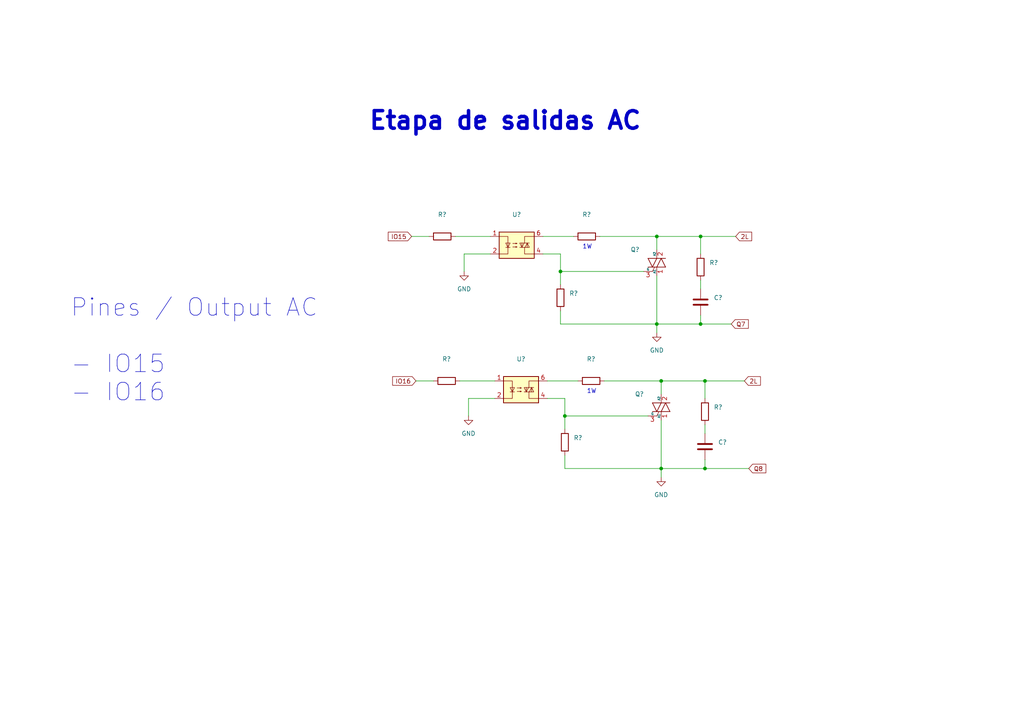
<source format=kicad_sch>
(kicad_sch (version 20211123) (generator eeschema)
  (paper "A4")
  (lib_symbols
    (symbol "Device:C" (pin_numbers hide) (pin_names (offset 0.254))
      (property "Reference" "C" (at 0.635 2.54 0))
      (property "Value" "C" (at 0.635 -2.54 0))
      (symbol "C_0_1"
        (polyline (pts (xy -2.032 -0.762) (xy 2.032 -0.762)) (stroke (width 0.508)))
        (polyline (pts (xy -2.032 0.762) (xy 2.032 0.762)) (stroke (width 0.508)))
      )
      (symbol "C_1_1"
        (pin passive line (at 0 3.81 270) (length 2.794) (name "~") (number "1"))
        (pin passive line (at 0 -3.81 90) (length 2.794) (name "~") (number "2"))
      )
    )
    (symbol "Device:R" (pin_numbers hide) (pin_names (offset 0))
      (property "Reference" "R" (at 2.032 0 90))
      (property "Value" "R" (at 0 0 90))
      (symbol "R_0_1"
        (rectangle (start -1.016 -2.54) (end 1.016 2.54) (stroke (width 0.254)))
      )
      (symbol "R_1_1"
        (pin passive line (at 0 3.81 270) (length 1.27) (name "~") (number "1"))
        (pin passive line (at 0 -3.81 90) (length 1.27) (name "~") (number "2"))
      )
    )
    (symbol "Relay_SolidState:MOC3021M"
      (property "Reference" "U" (at -5.334 4.826 0))
      (property "Value" "MOC3021M" (at 0 5.08 0))
      (symbol "MOC3021M_0_1"
        (rectangle (start -5.08 3.81) (end 5.08 -3.81) (stroke (width 0.254)) (fill (type background)))
        (polyline (pts (xy -3.175 -0.635) (xy -1.905 -0.635)))
        (polyline (pts (xy 1.524 -0.635) (xy 1.524 0.635)))
        (polyline (pts (xy 3.048 0.635) (xy 3.048 -0.635)))
        (polyline (pts (xy 2.286 -0.635) (xy 2.286 -2.54) (xy 5.08 -2.54)))
        (polyline (pts (xy 2.286 0.635) (xy 2.286 2.54) (xy 5.08 2.54)))
        (polyline (pts (xy -5.08 2.54) (xy -2.54 2.54) (xy -2.54 -2.54) (xy -5.08 -2.54)))
        (polyline (pts (xy -2.54 -0.635) (xy -3.175 0.635) (xy -1.905 0.635) (xy -2.54 -0.635)))
        (polyline (pts (xy 0.889 -0.635) (xy 3.683 -0.635) (xy 3.048 0.635) (xy 2.413 -0.635)))
        (polyline (pts (xy 3.683 0.635) (xy 0.889 0.635) (xy 1.524 -0.635) (xy 2.159 0.635)))
        (polyline (pts (xy -1.143 -0.508) (xy 0.127 -0.508) (xy -0.254 -0.635) (xy -0.254 -0.381) (xy 0.127 -0.508)))
        (polyline (pts (xy -1.143 0.508) (xy 0.127 0.508) (xy -0.254 0.381) (xy -0.254 0.635) (xy 0.127 0.508)))
      )
      (symbol "MOC3021M_1_1"
        (pin passive line (at -7.62 2.54 0) (length 2.54) (name "~") (number "1"))
        (pin passive line (at -7.62 -2.54 0) (length 2.54) (name "~") (number "2"))
        (pin no_connect line (at -5.08 0 0) (length 2.54) hide (name "NC") (number "3"))
        (pin passive line (at 7.62 -2.54 180) (length 2.54) (name "~") (number "4"))
        (pin no_connect line (at 5.08 0 180) (length 2.54) hide (name "NC") (number "5"))
        (pin passive line (at 7.62 2.54 180) (length 2.54) (name "~") (number "6"))
      )
    )
    (symbol "Triac_Thyristor:BTA16-600C" (pin_names (offset 0))
      (property "Reference" "Q" (at 5.08 1.905 0))
      (property "Value" "BTA16-600C" (at 5.08 0 0))
      (symbol "BTA16-600C_0_1"
        (polyline (pts (xy -2.54 -1.27) (xy 2.54 -1.27)) (stroke (width 0.2032)))
        (polyline (pts (xy -2.54 1.27) (xy 2.54 1.27)) (stroke (width 0.2032)))
        (polyline (pts (xy -1.27 -2.54) (xy -0.635 -1.27)))
        (polyline (pts (xy -2.54 1.27) (xy -1.27 -1.27) (xy 0 1.27)) (stroke (width 0.2032)))
        (polyline (pts (xy 0 -1.27) (xy 1.27 1.27) (xy 2.54 -1.27)) (stroke (width 0.2032)))
      )
      (symbol "BTA16-600C_1_1"
        (pin passive line (at 0 -3.81 90) (length 2.54) (name "A1") (number "1"))
        (pin passive line (at 0 3.81 270) (length 2.54) (name "A2") (number "2"))
        (pin input line (at -3.81 -2.54 0) (length 2.54) (name "G") (number "3"))
      )
    )
    (symbol "power:GND" (power) (pin_names (offset 0))
      (property "Value" "GND" (at 0 -3.81 0))
      (symbol "GND_0_1"
        (polyline (pts (xy 0 0) (xy 0 -1.27) (xy 1.27 -1.27) (xy 0 -2.54) (xy -1.27 -1.27) (xy 0 -1.27)))
      )
      (symbol "GND_1_1"
        (pin power_in line (at 0 0 270) (length 0) hide (name "GND") (number "1"))
      )
    )
  )
  (junction (at 191.77 110.49))
  (junction (at 204.47 110.49))
  (junction (at 191.77 135.89))
  (junction (at 203.2 93.98))
  (junction (at 162.56 78.74))
  (junction (at 163.83 120.65))
  (junction (at 204.47 135.89))
  (junction (at 203.2 68.58))
  (junction (at 190.5 93.98))
  (junction (at 190.5 68.58))
  (wire (pts (xy 204.47 110.49) (xy 215.9 110.49)))
  (wire (pts (xy 163.83 115.57) (xy 163.83 120.65)))
  (wire (pts (xy 143.51 115.57) (xy 135.89 115.57)))
  (wire (pts (xy 162.56 78.74) (xy 162.56 82.55)))
  (wire (pts (xy 190.5 93.98) (xy 203.2 93.98)))
  (wire (pts (xy 203.2 93.98) (xy 212.09 93.98)))
  (wire (pts (xy 162.56 90.17) (xy 162.56 93.98)))
  (wire (pts (xy 186.69 78.74) (xy 162.56 78.74)))
  (wire (pts (xy 162.56 73.66) (xy 162.56 78.74)))
  (wire (pts (xy 203.2 68.58) (xy 213.36 68.58)))
  (wire (pts (xy 132.08 68.58) (xy 142.24 68.58)))
  (wire (pts (xy 203.2 68.58) (xy 190.5 68.58)))
  (wire (pts (xy 190.5 68.58) (xy 173.99 68.58)))
  (wire (pts (xy 119.38 68.58) (xy 124.46 68.58)))
  (wire (pts (xy 203.2 73.66) (xy 203.2 68.58)))
  (wire (pts (xy 163.83 120.65) (xy 163.83 124.46)))
  (wire (pts (xy 203.2 81.28) (xy 203.2 83.82)))
  (wire (pts (xy 204.47 123.19) (xy 204.47 125.73)))
  (wire (pts (xy 187.96 120.65) (xy 163.83 120.65)))
  (wire (pts (xy 191.77 121.92) (xy 191.77 135.89)))
  (wire (pts (xy 204.47 110.49) (xy 191.77 110.49)))
  (wire (pts (xy 190.5 80.01) (xy 190.5 93.98)))
  (wire (pts (xy 190.5 93.98) (xy 190.5 96.52)))
  (wire (pts (xy 135.89 115.57) (xy 135.89 120.65)))
  (wire (pts (xy 191.77 135.89) (xy 191.77 138.43)))
  (wire (pts (xy 157.48 68.58) (xy 166.37 68.58)))
  (wire (pts (xy 204.47 135.89) (xy 217.17 135.89)))
  (wire (pts (xy 158.75 110.49) (xy 167.64 110.49)))
  (wire (pts (xy 203.2 91.44) (xy 203.2 93.98)))
  (wire (pts (xy 133.35 110.49) (xy 143.51 110.49)))
  (wire (pts (xy 163.83 132.08) (xy 163.83 135.89)))
  (wire (pts (xy 204.47 133.35) (xy 204.47 135.89)))
  (wire (pts (xy 120.65 110.49) (xy 125.73 110.49)))
  (wire (pts (xy 142.24 73.66) (xy 134.62 73.66)))
  (wire (pts (xy 191.77 135.89) (xy 204.47 135.89)))
  (wire (pts (xy 162.56 93.98) (xy 190.5 93.98)))
  (wire (pts (xy 158.75 115.57) (xy 163.83 115.57)))
  (wire (pts (xy 191.77 110.49) (xy 191.77 114.3)))
  (wire (pts (xy 190.5 68.58) (xy 190.5 72.39)))
  (wire (pts (xy 204.47 115.57) (xy 204.47 110.49)))
  (wire (pts (xy 157.48 73.66) (xy 162.56 73.66)))
  (wire (pts (xy 191.77 110.49) (xy 175.26 110.49)))
  (wire (pts (xy 163.83 135.89) (xy 191.77 135.89)))
  (wire (pts (xy 134.62 73.66) (xy 134.62 78.74)))
  (text "Etapa de salidas AC" (at 106.68 38.1 0) (effects (font (size 5.08 5.08) (thickness 1.016) bold) (justify left bottom)))
  (text "Pines / Output AC\n\n- IO15\n- IO16" (at 20.32 116.84 0) (effects (font (size 5.08 5.08)) (justify left bottom)))
  (text "1W" (at 168.91 72.39 0) (effects (font (size 1.27 1.27)) (justify left bottom)))
  (text "1W" (at 170.18 114.3 0) (effects (font (size 1.27 1.27)) (justify left bottom)))
  (global_label "2L" (shape input) (at 213.36 68.58 0) (property "Intersheet References" "${INTERSHEET_REFS}" (effects hide)))
  (global_label "Q8" (shape input) (at 217.17 135.89 0) (property "Intersheet References" "${INTERSHEET_REFS}" (effects hide)))
  (global_label "IO15" (shape input) (at 119.38 68.58 180) (property "Referencias entre hojas" "${INTERSHEET_REFS}" (effects hide)))
  (global_label "2L" (shape input) (at 215.9 110.49 0) (property "Intersheet References" "${INTERSHEET_REFS}" (effects hide)))
  (global_label "Q7" (shape input) (at 212.09 93.98 0) (property "Intersheet References" "${INTERSHEET_REFS}" (effects hide)))
  (global_label "IO16" (shape input) (at 120.65 110.49 180) (property "Referencias entre hojas" "${INTERSHEET_REFS}" (effects hide)))
  (symbol (lib_id "power:GND") (at 191.77 138.43 0) (unit 1)
    (property "Reference" "#PWR?" (effects hide))
  )
  (symbol (lib_id "Device:R") (at 129.54 110.49 90) (unit 1)
    (property "Reference" "R?" (at 129.54 104.14 90))
  )
  (symbol (lib_id "power:GND") (at 135.89 120.65 0) (unit 1)
    (property "Reference" "#PWR?" (effects hide))
  )
  (symbol (lib_id "Device:R") (at 128.27 68.58 90) (unit 1)
    (property "Reference" "R?" (at 128.27 62.23 90))
  )
  (symbol (lib_id "Relay_SolidState:MOC3021M") (at 151.13 113.03 0) (unit 1)
    (property "Reference" "U?" (at 151.13 104.14 0))
    (property "Datasheet" "https://www.onsemi.com/pub/Collateral/MOC3023M-D.PDF" (effects hide))
  )
  (symbol (lib_id "power:GND") (at 190.5 96.52 0) (unit 1)
    (property "Reference" "#PWR?" (effects hide))
  )
  (symbol (lib_id "power:GND") (at 134.62 78.74 0) (unit 1)
    (property "Reference" "#PWR?" (effects hide))
  )
  (symbol (lib_id "Relay_SolidState:MOC3021M") (at 149.86 71.12 0) (unit 1)
    (property "Reference" "U?" (at 149.86 62.23 0))
    (property "Datasheet" "https://www.onsemi.com/pub/Collateral/MOC3023M-D.PDF" (effects hide))
  )
  (symbol (lib_id "Device:R") (at 170.18 68.58 90) (unit 1)
    (property "Reference" "R?" (at 170.18 62.23 90))
  )
  (symbol (lib_id "Device:R") (at 163.83 128.27 180) (unit 1)
    (property "Reference" "R?" (at 166.37 126.9999 0) (effects (justify right)))
  )
  (symbol (lib_id "Device:C") (at 204.47 129.54 0) (unit 1)
    (property "Reference" "C?" (at 208.28 128.2699 0) (effects (justify left)))
  )
  (symbol (lib_id "Triac_Thyristor:BTA16-600C") (at 190.5 76.2 0) (unit 1)
    (property "Reference" "Q?" (at 182.88 72.39 0) (effects (justify left)))
    (property "Datasheet" "https://www.st.com/resource/en/datasheet/bta16.pdf" (effects hide))
  )
  (symbol (lib_id "Device:R") (at 203.2 77.47 180) (unit 1)
    (property "Reference" "R?" (at 205.74 76.1999 0) (effects (justify right)))
  )
  (symbol (lib_id "Triac_Thyristor:BTA16-600C") (at 191.77 118.11 0) (unit 1)
    (property "Reference" "Q?" (at 184.15 114.3 0) (effects (justify left)))
    (property "Datasheet" "https://www.st.com/resource/en/datasheet/bta16.pdf" (effects hide))
  )
  (symbol (lib_id "Device:C") (at 203.2 87.63 0) (unit 1)
    (property "Reference" "C?" (at 207.01 86.3599 0) (effects (justify left)))
  )
  (symbol (lib_id "Device:R") (at 171.45 110.49 90) (unit 1)
    (property "Reference" "R?" (at 171.45 104.14 90))
  )
  (symbol (lib_id "Device:R") (at 162.56 86.36 180) (unit 1)
    (property "Reference" "R?" (at 165.1 85.0899 0) (effects (justify right)))
  )
  (symbol (lib_id "Device:R") (at 204.47 119.38 180) (unit 1)
    (property "Reference" "R?" (at 207.01 118.1099 0) (effects (justify right)))
  )
)
</source>
